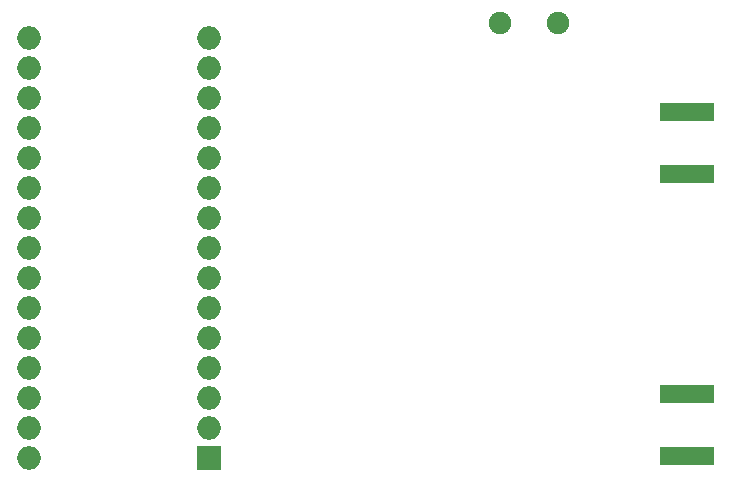
<source format=gbr>
G04 #@! TF.GenerationSoftware,KiCad,Pcbnew,6.0.0-rc1-unknown-0cca1c6~65~ubuntu16.04.1*
G04 #@! TF.CreationDate,2018-08-03T10:45:00+02:00*
G04 #@! TF.ProjectId,ArduinoSpecAn,41726475696E6F53706563416E2E6B69,1.0*
G04 #@! TF.SameCoordinates,Original*
G04 #@! TF.FileFunction,Soldermask,Bot*
G04 #@! TF.FilePolarity,Negative*
%FSLAX46Y46*%
G04 Gerber Fmt 4.6, Leading zero omitted, Abs format (unit mm)*
G04 Created by KiCad (PCBNEW 6.0.0-rc1-unknown-0cca1c6~65~ubuntu16.04.1) date Fri Aug  3 10:45:00 2018*
%MOMM*%
%LPD*%
G01*
G04 APERTURE LIST*
%ADD10R,2.000000X2.000000*%
%ADD11O,2.000000X2.000000*%
%ADD12R,4.600000X1.600000*%
%ADD13C,1.900000*%
G04 APERTURE END LIST*
D10*
G04 #@! TO.C,A1*
X125222000Y-125984000D03*
D11*
X109982000Y-92964000D03*
X125222000Y-123444000D03*
X109982000Y-95504000D03*
X125222000Y-120904000D03*
X109982000Y-98044000D03*
X125222000Y-118364000D03*
X109982000Y-100584000D03*
X125222000Y-115824000D03*
X109982000Y-103124000D03*
X125222000Y-113284000D03*
X109982000Y-105664000D03*
X125222000Y-110744000D03*
X109982000Y-108204000D03*
X125222000Y-108204000D03*
X109982000Y-110744000D03*
X125222000Y-105664000D03*
X109982000Y-113284000D03*
X125222000Y-103124000D03*
X109982000Y-115824000D03*
X125222000Y-100584000D03*
X109982000Y-118364000D03*
X125222000Y-98044000D03*
X109982000Y-120904000D03*
X125222000Y-95504000D03*
X109982000Y-123444000D03*
X125222000Y-92964000D03*
X109982000Y-125984000D03*
X125222000Y-90424000D03*
X109982000Y-90424000D03*
G04 #@! TD*
D12*
G04 #@! TO.C,J1*
X165676000Y-120560000D03*
X165676000Y-125820000D03*
G04 #@! TD*
G04 #@! TO.C,J2*
X165676000Y-96684000D03*
X165676000Y-101944000D03*
G04 #@! TD*
D13*
G04 #@! TO.C,Y1*
X149860000Y-89154000D03*
X154740000Y-89154000D03*
G04 #@! TD*
M02*

</source>
